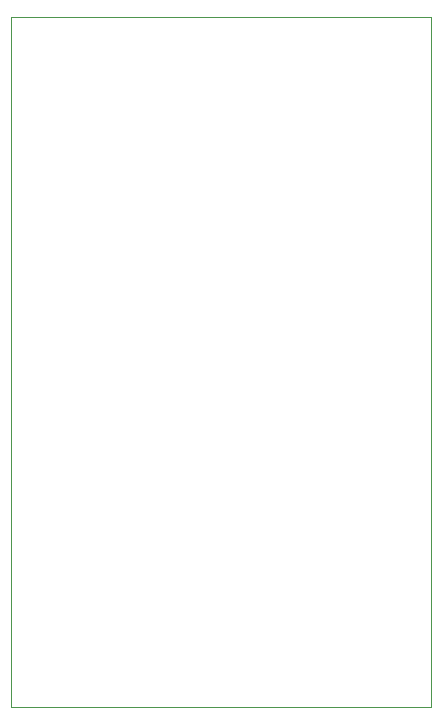
<source format=gbr>
%TF.GenerationSoftware,KiCad,Pcbnew,(5.1.9)-1*%
%TF.CreationDate,2021-02-15T18:03:08+09:00*%
%TF.ProjectId,test3_testProject,74657374-335f-4746-9573-7450726f6a65,rev?*%
%TF.SameCoordinates,Original*%
%TF.FileFunction,Profile,NP*%
%FSLAX46Y46*%
G04 Gerber Fmt 4.6, Leading zero omitted, Abs format (unit mm)*
G04 Created by KiCad (PCBNEW (5.1.9)-1) date 2021-02-15 18:03:08*
%MOMM*%
%LPD*%
G01*
G04 APERTURE LIST*
%TA.AperFunction,Profile*%
%ADD10C,0.050000*%
%TD*%
G04 APERTURE END LIST*
D10*
X123190000Y-91440000D02*
X123190000Y-33020000D01*
X158750000Y-91440000D02*
X123190000Y-91440000D01*
X158750000Y-33020000D02*
X158750000Y-91440000D01*
X123190000Y-33020000D02*
X158750000Y-33020000D01*
M02*

</source>
